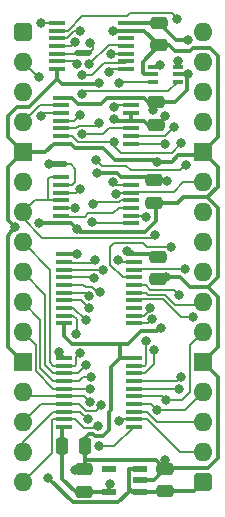
<source format=gtl>
%TF.GenerationSoftware,KiCad,Pcbnew,8.0.4*%
%TF.CreationDate,2024-08-22T15:29:03+02:00*%
%TF.ProjectId,Flags Enable Interrupt,466c6167-7320-4456-9e61-626c6520496e,V1*%
%TF.SameCoordinates,PX6d01460PY32de760*%
%TF.FileFunction,Copper,L1,Top*%
%TF.FilePolarity,Positive*%
%FSLAX46Y46*%
G04 Gerber Fmt 4.6, Leading zero omitted, Abs format (unit mm)*
G04 Created by KiCad (PCBNEW 8.0.4) date 2024-08-22 15:29:03*
%MOMM*%
%LPD*%
G01*
G04 APERTURE LIST*
G04 Aperture macros list*
%AMRoundRect*
0 Rectangle with rounded corners*
0 $1 Rounding radius*
0 $2 $3 $4 $5 $6 $7 $8 $9 X,Y pos of 4 corners*
0 Add a 4 corners polygon primitive as box body*
4,1,4,$2,$3,$4,$5,$6,$7,$8,$9,$2,$3,0*
0 Add four circle primitives for the rounded corners*
1,1,$1+$1,$2,$3*
1,1,$1+$1,$4,$5*
1,1,$1+$1,$6,$7*
1,1,$1+$1,$8,$9*
0 Add four rect primitives between the rounded corners*
20,1,$1+$1,$2,$3,$4,$5,0*
20,1,$1+$1,$4,$5,$6,$7,0*
20,1,$1+$1,$6,$7,$8,$9,0*
20,1,$1+$1,$8,$9,$2,$3,0*%
G04 Aperture macros list end*
%TA.AperFunction,EtchedComponent*%
%ADD10C,0.000000*%
%TD*%
%TA.AperFunction,SMDPad,CuDef*%
%ADD11R,0.875000X0.450000*%
%TD*%
%TA.AperFunction,SMDPad,CuDef*%
%ADD12RoundRect,0.250000X-0.475000X0.250000X-0.475000X-0.250000X0.475000X-0.250000X0.475000X0.250000X0*%
%TD*%
%TA.AperFunction,SMDPad,CuDef*%
%ADD13C,0.500000*%
%TD*%
%TA.AperFunction,SMDPad,CuDef*%
%ADD14RoundRect,0.250000X0.475000X-0.250000X0.475000X0.250000X-0.475000X0.250000X-0.475000X-0.250000X0*%
%TD*%
%TA.AperFunction,SMDPad,CuDef*%
%ADD15R,1.475000X0.450000*%
%TD*%
%TA.AperFunction,ComponentPad*%
%ADD16RoundRect,0.400000X-0.400000X-0.400000X0.400000X-0.400000X0.400000X0.400000X-0.400000X0.400000X0*%
%TD*%
%TA.AperFunction,ComponentPad*%
%ADD17O,1.600000X1.600000*%
%TD*%
%TA.AperFunction,ComponentPad*%
%ADD18R,1.600000X1.600000*%
%TD*%
%TA.AperFunction,SMDPad,CuDef*%
%ADD19RoundRect,0.250000X-0.250000X-0.475000X0.250000X-0.475000X0.250000X0.475000X-0.250000X0.475000X0*%
%TD*%
%TA.AperFunction,SMDPad,CuDef*%
%ADD20R,1.150000X0.600000*%
%TD*%
%TA.AperFunction,ViaPad*%
%ADD21C,0.800000*%
%TD*%
%TA.AperFunction,Conductor*%
%ADD22C,0.200000*%
%TD*%
%TA.AperFunction,Conductor*%
%ADD23C,0.380000*%
%TD*%
G04 APERTURE END LIST*
D10*
%TA.AperFunction,EtchedComponent*%
%TO.C,NT2*%
G36*
X5580000Y-2028000D02*
G01*
X4580000Y-2028000D01*
X4580000Y-1528000D01*
X5580000Y-1528000D01*
X5580000Y-2028000D01*
G37*
%TD.AperFunction*%
%TA.AperFunction,EtchedComponent*%
%TO.C,NT1*%
G36*
X3548000Y-11426000D02*
G01*
X2548000Y-11426000D01*
X2548000Y-10926000D01*
X3548000Y-10926000D01*
X3548000Y-11426000D01*
G37*
%TD.AperFunction*%
%TD*%
D11*
%TO.P,IC1,1,A*%
%TO.N,Enable*%
X11003000Y-2906000D03*
%TO.P,IC1,2,GND*%
%TO.N,GND*%
X11003000Y-3556000D03*
%TO.P,IC1,3,B*%
%TO.N,/Interrupt Enable*%
X11003000Y-4206000D03*
%TO.P,IC1,4,Y*%
%TO.N,/~{Clear Interrupt}*%
X13127000Y-4206000D03*
%TO.P,IC1,5,3V*%
%TO.N,/3.3V*%
X13127000Y-3556000D03*
%TO.P,IC1,6,C*%
%TO.N,/~{Write Clear Interrupt}*%
X13127000Y-2906000D03*
%TD*%
D12*
%TO.P,C8,1*%
%TO.N,/3.3V*%
X11430000Y-19005000D03*
%TO.P,C8,2*%
%TO.N,GND*%
X11430000Y-20905000D03*
%TD*%
D13*
%TO.P,NT2,1,1*%
%TO.N,D6*%
X5580000Y-1778000D03*
%TO.P,NT2,2,2*%
%TO.N,/Enable Bit_{2}*%
X4580000Y-1778000D03*
%TD*%
D14*
%TO.P,C5,1*%
%TO.N,/3.3V*%
X5207000Y-38907000D03*
%TO.P,C5,2*%
%TO.N,GND*%
X5207000Y-37007000D03*
%TD*%
D15*
%TO.P,IC3,1,1A*%
%TO.N,Write Clear Interrupt*%
X2904000Y807000D03*
%TO.P,IC3,2,1Y*%
%TO.N,/~{Write Clear Interrupt}*%
X2904000Y157000D03*
%TO.P,IC3,3,2A*%
%TO.N,Read Flags*%
X2904000Y-493000D03*
%TO.P,IC3,4,2Y*%
%TO.N,/~{Read Flags}*%
X2904000Y-1143000D03*
%TO.P,IC3,5,3A*%
%TO.N,/Enable Bit_{2}*%
X2904000Y-1793000D03*
%TO.P,IC3,6,3Y*%
%TO.N,/~{Enable Bit}*%
X2904000Y-2443000D03*
%TO.P,IC3,7,GND*%
%TO.N,GND*%
X2904000Y-3093000D03*
%TO.P,IC3,8,4Y*%
%TO.N,/~{Set Disable}*%
X8780000Y-3093000D03*
%TO.P,IC3,9,4A*%
%TO.N,/Set Disable*%
X8780000Y-2443000D03*
%TO.P,IC3,10,5Y*%
%TO.N,/Interrupt Enable*%
X8780000Y-1793000D03*
%TO.P,IC3,11,5A*%
%TO.N,/~{Interrupt Enable}*%
X8780000Y-1143000D03*
%TO.P,IC3,12,6Y*%
%TO.N,unconnected-(IC3F-6Y-Pad12)*%
X8780000Y-493000D03*
%TO.P,IC3,13,6A*%
%TO.N,GND*%
X8780000Y157000D03*
%TO.P,IC3,14,3V*%
%TO.N,/3.3V*%
X8780000Y807000D03*
%TD*%
D12*
%TO.P,C1,1*%
%TO.N,/3.3V*%
X11303000Y-5924000D03*
%TO.P,C1,2*%
%TO.N,GND*%
X11303000Y-7824000D03*
%TD*%
D14*
%TO.P,C4,1*%
%TO.N,5V*%
X12065000Y-38857000D03*
%TO.P,C4,2*%
%TO.N,GND*%
X12065000Y-36957000D03*
%TD*%
D16*
%TO.P,J1,1,Pin_1*%
%TO.N,5V*%
X0Y0D03*
D17*
%TO.P,J1,2,Pin_2*%
%TO.N,CLK*%
X0Y-2540000D03*
%TO.P,J1,3,Pin_3*%
%TO.N,Write Clear Interrupt*%
X0Y-5080000D03*
%TO.P,J1,4,Pin_4*%
%TO.N,~{Set Interrupt on CLK}*%
X0Y-7620000D03*
D18*
%TO.P,J1,5,Pin_5*%
%TO.N,GND*%
X0Y-10160000D03*
D17*
%TO.P,J1,6,Pin_6*%
%TO.N,Read Flags*%
X0Y-12700000D03*
%TO.P,J1,7,Pin_7*%
%TO.N,Write Flags*%
X0Y-15240000D03*
%TO.P,J1,8,Pin_8*%
%TO.N,D7*%
X0Y-17780000D03*
%TO.P,J1,9,Pin_9*%
%TO.N,D6*%
X0Y-20320000D03*
%TO.P,J1,10,Pin_10*%
%TO.N,D5*%
X0Y-22860000D03*
%TO.P,J1,11,Pin_11*%
%TO.N,D4*%
X0Y-25400000D03*
D18*
%TO.P,J1,12,Pin_12*%
%TO.N,GND*%
X0Y-27940000D03*
D17*
%TO.P,J1,13,Pin_13*%
%TO.N,D3*%
X0Y-30480000D03*
%TO.P,J1,14,Pin_14*%
%TO.N,D2*%
X0Y-33020000D03*
%TO.P,J1,15,Pin_15*%
%TO.N,D1*%
X0Y-35560000D03*
%TO.P,J1,16,Pin_16*%
%TO.N,D0*%
X0Y-38100000D03*
D16*
%TO.P,J1,17,Pin_17*%
%TO.N,5V*%
X15240000Y-38100000D03*
D17*
%TO.P,J1,18,Pin_18*%
%TO.N,F0*%
X15240000Y-35560000D03*
%TO.P,J1,19,Pin_19*%
%TO.N,F1*%
X15240000Y-33020000D03*
%TO.P,J1,20,Pin_20*%
%TO.N,F2*%
X15240000Y-30480000D03*
D18*
%TO.P,J1,21,Pin_21*%
%TO.N,GND*%
X15240000Y-27940000D03*
D17*
%TO.P,J1,22,Pin_22*%
%TO.N,F3*%
X15240000Y-25400000D03*
%TO.P,J1,23,Pin_23*%
%TO.N,F4*%
X15240000Y-22860000D03*
%TO.P,J1,24,Pin_24*%
%TO.N,F5*%
X15240000Y-20320000D03*
%TO.P,J1,25,Pin_25*%
%TO.N,unconnected-(J1-Pin_25-Pad25)*%
X15240000Y-17780000D03*
%TO.P,J1,26,Pin_26*%
%TO.N,~{Enable}*%
X15240000Y-15240000D03*
%TO.P,J1,27,Pin_27*%
%TO.N,Enable*%
X15240000Y-12700000D03*
D18*
%TO.P,J1,28,Pin_28*%
%TO.N,GND*%
X15240000Y-10160000D03*
D17*
%TO.P,J1,29,Pin_29*%
%TO.N,~{Interrupt}*%
X15240000Y-7620000D03*
%TO.P,J1,30,Pin_30*%
%TO.N,Interrupt*%
X15240000Y-5080000D03*
%TO.P,J1,31,Pin_31*%
%TO.N,unconnected-(J1-Pin_31-Pad31)*%
X15240000Y-2540000D03*
%TO.P,J1,32,Pin_32*%
%TO.N,~{Reset}*%
X15240000Y0D03*
%TD*%
D19*
%TO.P,C2,1*%
%TO.N,/3.3V*%
X3367000Y-35052000D03*
%TO.P,C2,2*%
%TO.N,GND*%
X5267000Y-35052000D03*
%TD*%
D15*
%TO.P,IC6,1,~{OE}*%
%TO.N,/~{Read Flags}*%
X9398000Y-33405000D03*
%TO.P,IC6,2,D0*%
%TO.N,F0*%
X9398000Y-32755000D03*
%TO.P,IC6,3,D1*%
%TO.N,F1*%
X9398000Y-32105000D03*
%TO.P,IC6,4,D2*%
%TO.N,F2*%
X9398000Y-31455000D03*
%TO.P,IC6,5,D3*%
%TO.N,F3*%
X9398000Y-30805000D03*
%TO.P,IC6,6,D4*%
%TO.N,F4*%
X9398000Y-30155000D03*
%TO.P,IC6,7,D5*%
%TO.N,F5*%
X9398000Y-29505000D03*
%TO.P,IC6,8,D6*%
%TO.N,Enable*%
X9398000Y-28855000D03*
%TO.P,IC6,9,D7*%
%TO.N,Interrupt*%
X9398000Y-28205000D03*
%TO.P,IC6,10,GND*%
%TO.N,GND*%
X9398000Y-27555000D03*
%TO.P,IC6,11,LE*%
%TO.N,Read Flags*%
X3522000Y-27555000D03*
%TO.P,IC6,12,Q7*%
%TO.N,D7*%
X3522000Y-28205000D03*
%TO.P,IC6,13,Q6*%
%TO.N,D6*%
X3522000Y-28855000D03*
%TO.P,IC6,14,Q5*%
%TO.N,D5*%
X3522000Y-29505000D03*
%TO.P,IC6,15,Q4*%
%TO.N,D4*%
X3522000Y-30155000D03*
%TO.P,IC6,16,Q3*%
%TO.N,D3*%
X3522000Y-30805000D03*
%TO.P,IC6,17,Q2*%
%TO.N,D2*%
X3522000Y-31455000D03*
%TO.P,IC6,18,Q1*%
%TO.N,D1*%
X3522000Y-32105000D03*
%TO.P,IC6,19,Q0*%
%TO.N,D0*%
X3522000Y-32755000D03*
%TO.P,IC6,20,3V*%
%TO.N,/3.3V*%
X3522000Y-33405000D03*
%TD*%
D12*
%TO.P,C7,1*%
%TO.N,/3.3V*%
X11557000Y807000D03*
%TO.P,C7,2*%
%TO.N,GND*%
X11557000Y-1093000D03*
%TD*%
%TO.P,C9,1*%
%TO.N,/3.3V*%
X11159000Y-12528000D03*
%TO.P,C9,2*%
%TO.N,GND*%
X11159000Y-14428000D03*
%TD*%
D15*
%TO.P,IC2,1,~{1RD}*%
%TO.N,/3.3V*%
X3268000Y-5528000D03*
%TO.P,IC2,2,1D*%
%TO.N,~{Set Interrupt on CLK}*%
X3268000Y-6178000D03*
%TO.P,IC2,3,1CP*%
%TO.N,CLK*%
X3268000Y-6828000D03*
%TO.P,IC2,4,~{1SD}*%
%TO.N,/~{Clear Interrupt}*%
X3268000Y-7478000D03*
%TO.P,IC2,5,1Q*%
%TO.N,~{Interrupt}*%
X3268000Y-8128000D03*
%TO.P,IC2,6,~{1Q}*%
%TO.N,Interrupt*%
X3268000Y-8778000D03*
%TO.P,IC2,7,GND*%
%TO.N,GND*%
X3268000Y-9428000D03*
%TO.P,IC2,8,~{2Q}*%
%TO.N,~{Enable}*%
X9144000Y-9428000D03*
%TO.P,IC2,9,2Q*%
%TO.N,Enable*%
X9144000Y-8778000D03*
%TO.P,IC2,10,~{2SD}*%
%TO.N,/~{Set Enable}*%
X9144000Y-8128000D03*
%TO.P,IC2,11,2CP*%
%TO.N,GND*%
X9144000Y-7478000D03*
%TO.P,IC2,12,2D*%
X9144000Y-6828000D03*
%TO.P,IC2,13,~{2RD}*%
%TO.N,/~{Set Disable}*%
X9144000Y-6178000D03*
%TO.P,IC2,14,3V*%
%TO.N,/3.3V*%
X9144000Y-5528000D03*
%TD*%
D20*
%TO.P,IC5,1,6VIn*%
%TO.N,5V*%
X9936000Y-38873000D03*
%TO.P,IC5,2,GND*%
%TO.N,GND*%
X9936000Y-37923000D03*
%TO.P,IC5,3,EN*%
%TO.N,5V*%
X9936000Y-36973000D03*
%TO.P,IC5,4,ADJ*%
%TO.N,unconnected-(IC5-ADJ-Pad4)*%
X7336000Y-36973000D03*
%TO.P,IC5,5,3.3VOut*%
%TO.N,/3.3V*%
X7336000Y-38873000D03*
%TD*%
D15*
%TO.P,IC7,1,1A*%
%TO.N,Write Flags*%
X3268000Y-12259000D03*
%TO.P,IC7,2,1B*%
%TO.N,/Enable Bit_{1}*%
X3268000Y-12909000D03*
%TO.P,IC7,3,1Y*%
%TO.N,/~{Set Enable}*%
X3268000Y-13559000D03*
%TO.P,IC7,4,2A*%
%TO.N,Write Flags*%
X3268000Y-14209000D03*
%TO.P,IC7,5,2B*%
%TO.N,/~{Enable Bit}*%
X3268000Y-14859000D03*
%TO.P,IC7,6,2Y*%
%TO.N,Net-(IC7B-2Y)*%
X3268000Y-15509000D03*
%TO.P,IC7,7,GND*%
%TO.N,GND*%
X3268000Y-16159000D03*
%TO.P,IC7,8,3Y*%
%TO.N,/Set Disable*%
X9144000Y-16159000D03*
%TO.P,IC7,9,3A*%
%TO.N,~{Reset}*%
X9144000Y-15509000D03*
%TO.P,IC7,10,3B*%
%TO.N,Net-(IC7B-2Y)*%
X9144000Y-14859000D03*
%TO.P,IC7,11,4Y*%
%TO.N,/~{Interrupt Enable}*%
X9144000Y-14209000D03*
%TO.P,IC7,12,4A*%
%TO.N,Enable*%
X9144000Y-13559000D03*
%TO.P,IC7,13,4B*%
%TO.N,/F_{Interrupt Enable}*%
X9144000Y-12909000D03*
%TO.P,IC7,14,3V*%
%TO.N,/3.3V*%
X9144000Y-12259000D03*
%TD*%
D13*
%TO.P,NT1,1,1*%
%TO.N,D6*%
X2548000Y-11176000D03*
%TO.P,NT1,2,2*%
%TO.N,/Enable Bit_{1}*%
X3548000Y-11176000D03*
%TD*%
D15*
%TO.P,IC8,1,~{OE}*%
%TO.N,GND*%
X3539000Y-18792000D03*
%TO.P,IC8,2,D0*%
%TO.N,D0*%
X3539000Y-19442000D03*
%TO.P,IC8,3,D1*%
%TO.N,D1*%
X3539000Y-20092000D03*
%TO.P,IC8,4,D2*%
%TO.N,D2*%
X3539000Y-20742000D03*
%TO.P,IC8,5,D3*%
%TO.N,D3*%
X3539000Y-21392000D03*
%TO.P,IC8,6,D4*%
%TO.N,D4*%
X3539000Y-22042000D03*
%TO.P,IC8,7,D5*%
%TO.N,D5*%
X3539000Y-22692000D03*
%TO.P,IC8,8,D6*%
%TO.N,D6*%
X3539000Y-23342000D03*
%TO.P,IC8,9,D7*%
%TO.N,D7*%
X3539000Y-23992000D03*
%TO.P,IC8,10,GND*%
%TO.N,GND*%
X3539000Y-24642000D03*
%TO.P,IC8,11,LE*%
%TO.N,Write Flags*%
X9415000Y-24642000D03*
%TO.P,IC8,12,Q7*%
%TO.N,/F_{Interrupt Enable}*%
X9415000Y-23992000D03*
%TO.P,IC8,13,Q6*%
%TO.N,unconnected-(IC8-Q6-Pad13)*%
X9415000Y-23342000D03*
%TO.P,IC8,14,Q5*%
%TO.N,F5*%
X9415000Y-22692000D03*
%TO.P,IC8,15,Q4*%
%TO.N,F4*%
X9415000Y-22042000D03*
%TO.P,IC8,16,Q3*%
%TO.N,F3*%
X9415000Y-21392000D03*
%TO.P,IC8,17,Q2*%
%TO.N,F2*%
X9415000Y-20742000D03*
%TO.P,IC8,18,Q1*%
%TO.N,F1*%
X9415000Y-20092000D03*
%TO.P,IC8,19,Q0*%
%TO.N,F0*%
X9415000Y-19442000D03*
%TO.P,IC8,20,3V*%
%TO.N,/3.3V*%
X9415000Y-18792000D03*
%TD*%
D21*
%TO.N,GND*%
X7618971Y157000D03*
X4445000Y-37084000D03*
X12130000Y-20744991D03*
X7747000Y-7366000D03*
X1383975Y-16142025D03*
X11683994Y-25009573D03*
X11346000Y-10931714D03*
X4604503Y-16649000D03*
X-635000Y-16510000D03*
X6477000Y-4302996D03*
X12065000Y-7112000D03*
X4619021Y-18724373D03*
X12064997Y-36194995D03*
%TO.N,5V*%
X2186996Y-37746996D03*
%TO.N,/3.3V*%
X13988028Y-3556001D03*
X7366000Y-38227006D03*
X6306767Y-11899538D03*
X11049000Y-6603998D03*
X12192000Y-12573000D03*
X8806000Y-18499000D03*
X13967000Y-635000D03*
%TO.N,/Interrupt Enable*%
X7476257Y-1853257D03*
X8128000Y-4302994D03*
%TO.N,Enable*%
X11135500Y-26884656D03*
X11604496Y-2753846D03*
X12816697Y-8019871D03*
X7899245Y-13660223D03*
%TO.N,~{Enable}*%
X12039988Y-9478000D03*
%TO.N,~{Interrupt}*%
X6223000Y-10795000D03*
X6439588Y-7704163D03*
X13843252Y-11186000D03*
%TO.N,Interrupt*%
X7747000Y-9303029D03*
X10414000Y-26162000D03*
X13439988Y-9360030D03*
%TO.N,CLK*%
X1521878Y-7112000D03*
X1397000Y-3810000D03*
%TO.N,Write Clear Interrupt*%
X1524000Y761994D03*
%TO.N,Read Flags*%
X4825997Y126994D03*
X3048000Y-27051000D03*
%TO.N,F5*%
X14440012Y-24130000D03*
X13440000Y-29137003D03*
%TO.N,F2*%
X11349237Y-31973054D03*
X12573000Y-18161000D03*
%TO.N,D7*%
X4538159Y-25562187D03*
X4831857Y-27142187D03*
%TO.N,D4*%
X5582282Y-22325610D03*
X5715000Y-30225988D03*
%TO.N,D1*%
X6797035Y-20145789D03*
X5524343Y-32773822D03*
%TO.N,F1*%
X13743335Y-20070928D03*
%TO.N,D2*%
X6003902Y-20833863D03*
X6671166Y-31540463D03*
%TO.N,D3*%
X6558413Y-21938733D03*
X5678141Y-31275360D03*
%TO.N,F4*%
X13261564Y-30179567D03*
%TO.N,F3*%
X12145299Y-31115000D03*
X13207977Y-22225004D03*
%TO.N,F0*%
X8128000Y-32893000D03*
X8118000Y-19287780D03*
%TO.N,/~{Read Flags}*%
X6454062Y-35030350D03*
X4446734Y-798298D03*
%TO.N,/~{Set Enable}*%
X4824500Y-13271500D03*
X5026033Y-8603029D03*
%TO.N,D5*%
X5623831Y-23374790D03*
X5791519Y-29159519D03*
%TO.N,D6*%
X5334000Y-28194000D03*
X5334000Y-24384000D03*
X5687000Y-923184D03*
X2200000Y-11128271D03*
%TO.N,D0*%
X6389031Y-33306789D03*
X6096000Y-19304000D03*
%TO.N,/~{Set Disable}*%
X7747000Y-6318006D03*
X7351312Y-3363541D03*
%TO.N,/~{Enable Bit}*%
X4468710Y-14895611D03*
X4572000Y-2667000D03*
%TO.N,/~{Write Clear Interrupt}*%
X13081006Y1143000D03*
X13127000Y-2413000D03*
%TO.N,Write Flags*%
X10952266Y-24281572D03*
X11238850Y-17183379D03*
%TO.N,/~{Clear Interrupt}*%
X5033790Y-5188621D03*
X4825992Y-7030781D03*
%TO.N,/Set Disable*%
X5033790Y-3608621D03*
X5842000Y-16069000D03*
%TO.N,/~{Interrupt Enable}*%
X5657543Y-2682020D03*
X5951537Y-14512659D03*
%TO.N,/F_{Interrupt Enable}*%
X10752377Y-23301751D03*
X7620000Y-12700000D03*
%TO.N,~{Reset}*%
X10413994Y-15621000D03*
%TD*%
D22*
%TO.N,/Enable Bit_{1}*%
X4064000Y-11176000D02*
X3548000Y-11176000D01*
X4445000Y-11557000D02*
X4064000Y-11176000D01*
X4445000Y-12661050D02*
X4445000Y-11557000D01*
X4197050Y-12909000D02*
X4445000Y-12661050D01*
X3268000Y-12909000D02*
X4197050Y-12909000D01*
%TO.N,Write Flags*%
X11023229Y-17399000D02*
X11238850Y-17183379D01*
X1651000Y-17399000D02*
X11023229Y-17399000D01*
X0Y-15748000D02*
X1651000Y-17399000D01*
D23*
%TO.N,GND*%
X4864503Y-16909000D02*
X4604503Y-16649000D01*
X10396000Y-16909000D02*
X4864503Y-16909000D01*
X11331000Y-15974000D02*
X10396000Y-16909000D01*
X3268000Y-16159000D02*
X4114503Y-16159000D01*
X4114503Y-16159000D02*
X4604503Y-16649000D01*
X11331000Y-14600000D02*
X11331000Y-15974000D01*
X4551394Y-18792000D02*
X3539000Y-18792000D01*
X4619021Y-18724373D02*
X4551394Y-18792000D01*
X13131000Y-14428000D02*
X13589000Y-13970000D01*
X11159000Y-14428000D02*
X13131000Y-14428000D01*
X13589000Y-13970000D02*
X15652915Y-13970000D01*
X-1270000Y-26670000D02*
X0Y-27940000D01*
X-1270000Y-17225000D02*
X-1270000Y-26670000D01*
X-1190000Y-17145000D02*
X-1270000Y-17225000D01*
X-1190000Y-17065000D02*
X-1190000Y-17145000D01*
X-635000Y-16510000D02*
X-1190000Y-17065000D01*
%TO.N,5V*%
X14478000Y-38862000D02*
X12070000Y-38862000D01*
X15240000Y-38100000D02*
X14478000Y-38862000D01*
%TO.N,GND*%
X12065000Y-36194998D02*
X12064997Y-36194995D01*
X12065000Y-36957000D02*
X12065000Y-36194998D01*
X11303000Y-36195000D02*
X5267000Y-36195000D01*
X12065000Y-36957000D02*
X11303000Y-36195000D01*
X15668000Y-36910000D02*
X12112000Y-36910000D01*
X16510000Y-36068000D02*
X15668000Y-36910000D01*
X16510000Y-29210000D02*
X16510000Y-36068000D01*
X15240000Y-27940000D02*
X16510000Y-29210000D01*
X16510000Y-26670000D02*
X15240000Y-27940000D01*
X16510000Y-22432000D02*
X16510000Y-26670000D01*
X15668000Y-21590000D02*
X16510000Y-22432000D01*
X16510000Y-20748000D02*
X15668000Y-21590000D01*
X15652915Y-13970000D02*
X16510000Y-14827085D01*
X16510000Y-14827085D02*
X16510000Y-20748000D01*
X16510000Y-13112915D02*
X15652915Y-13970000D01*
X16510000Y-11430000D02*
X16510000Y-13112915D01*
X15240000Y-10160000D02*
X16510000Y-11430000D01*
X-508000Y-6350000D02*
X508000Y-6350000D01*
X508000Y-6350000D02*
X2904000Y-3954000D01*
X-1270000Y-7112000D02*
X-508000Y-6350000D01*
X-1270000Y-8890000D02*
X-1270000Y-7112000D01*
X0Y-10160000D02*
X-1270000Y-8890000D01*
D22*
%TO.N,CLK*%
X1805878Y-6828000D02*
X3268000Y-6828000D01*
X1521878Y-7112000D02*
X1805878Y-6828000D01*
%TO.N,~{Set Interrupt on CLK}*%
X1462001Y-6157999D02*
X0Y-7620000D01*
X3247999Y-6157999D02*
X1462001Y-6157999D01*
D23*
%TO.N,GND*%
X8255000Y-27529500D02*
X8280500Y-27555000D01*
X8255000Y-26352187D02*
X8255000Y-27529500D01*
X3539000Y-25680257D02*
X4210930Y-26352187D01*
X8953813Y-26352187D02*
X9988018Y-25317982D01*
X3539000Y-24642000D02*
X3539000Y-25680257D01*
X4210930Y-26352187D02*
X8953813Y-26352187D01*
X11375585Y-25317982D02*
X11683994Y-25009573D01*
X9988018Y-25317982D02*
X11375585Y-25317982D01*
%TO.N,5V*%
X4237000Y-39797000D02*
X2186996Y-37746996D01*
X8971000Y-38893000D02*
X8067000Y-39797000D01*
X8971000Y-38613000D02*
X8971000Y-38893000D01*
X8067000Y-39797000D02*
X4237000Y-39797000D01*
%TO.N,/3.3V*%
X3367000Y-37792000D02*
X3367000Y-35052000D01*
X4482000Y-38907000D02*
X3367000Y-37792000D01*
X5207000Y-38907000D02*
X4482000Y-38907000D01*
%TO.N,GND*%
X4522000Y-37007000D02*
X4445000Y-37084000D01*
X5130000Y-37007000D02*
X4522000Y-37007000D01*
X5267000Y-35052000D02*
X5267000Y-36195000D01*
X5267000Y-36195000D02*
X5267000Y-36947000D01*
X8780000Y157000D02*
X7618971Y157000D01*
X10307000Y157000D02*
X11557000Y-1093000D01*
X8780000Y157000D02*
X10307000Y157000D01*
D22*
%TO.N,/~{Write Clear Interrupt}*%
X9100000Y1607000D02*
X12617006Y1607000D01*
X12617006Y1607000D02*
X13081006Y1143000D01*
X8860796Y1367796D02*
X9100000Y1607000D01*
X3816500Y157000D02*
X5027296Y1367796D01*
X2904000Y157000D02*
X3816500Y157000D01*
X5027296Y1367796D02*
X8860796Y1367796D01*
%TO.N,Enable*%
X11604496Y-2753846D02*
X11452342Y-2906000D01*
X11452342Y-2906000D02*
X11003000Y-2906000D01*
D23*
%TO.N,GND*%
X16510000Y-2032000D02*
X16510000Y-8890000D01*
X15828000Y-1350000D02*
X16510000Y-2032000D01*
X14197002Y-1592938D02*
X14439940Y-1350000D01*
X16510000Y-8890000D02*
X15240000Y-10160000D01*
X12895938Y-1592938D02*
X14197002Y-1592938D01*
X12396000Y-1093000D02*
X12895938Y-1592938D01*
X11557000Y-1093000D02*
X12396000Y-1093000D01*
X14439940Y-1350000D02*
X15828000Y-1350000D01*
%TO.N,/3.3V*%
X12999000Y-635000D02*
X13967000Y-635000D01*
X11557000Y807000D02*
X12999000Y-635000D01*
X13988028Y-3633972D02*
X13954500Y-3667500D01*
X13988028Y-3556001D02*
X13988028Y-3633972D01*
D22*
%TO.N,/~{Write Clear Interrupt}*%
X13127000Y-2906000D02*
X13127000Y-2413000D01*
D23*
%TO.N,GND*%
X10287000Y-3556000D02*
X11003000Y-3556000D01*
X10160000Y-2490000D02*
X10160000Y-3429000D01*
X11557000Y-1093000D02*
X10160000Y-2490000D01*
X10160000Y-3429000D02*
X10287000Y-3556000D01*
X-1270000Y-15875000D02*
X-635000Y-16510000D01*
X-1270000Y-11430000D02*
X-1270000Y-15875000D01*
X0Y-10160000D02*
X-1270000Y-11430000D01*
X9144000Y-7478000D02*
X10261500Y-7478000D01*
X4094000Y-9428000D02*
X4459033Y-9793033D01*
X3348621Y-4398621D02*
X2904000Y-3954000D01*
X14176348Y-21590000D02*
X15668000Y-21590000D01*
X6381375Y-4398621D02*
X3348621Y-4398621D01*
X15004000Y-10396000D02*
X13159966Y-10396000D01*
X7294580Y-33698290D02*
X6802520Y-34190350D01*
X6106640Y-34190350D02*
X5930112Y-34013822D01*
X12065000Y-36957000D02*
X11099000Y-37923000D01*
X2637000Y-9428000D02*
X1905000Y-10160000D01*
X3268000Y-16159000D02*
X1400950Y-16159000D01*
X11766000Y-7411000D02*
X12065000Y-7112000D01*
X7511166Y-28324334D02*
X7511166Y-31961424D01*
X2904000Y-3954000D02*
X2904000Y-3093000D01*
X11766000Y-7809000D02*
X11766000Y-7411000D01*
X6804229Y-9793033D02*
X7806196Y-10795000D01*
X5267000Y-34327000D02*
X5267000Y-35052000D01*
X8280500Y-27555000D02*
X7511166Y-28324334D01*
X7511166Y-31961424D02*
X7294580Y-32178010D01*
X5930112Y-34013822D02*
X5580178Y-34013822D01*
X7859000Y-7478000D02*
X7747000Y-7366000D01*
X0Y-10160000D02*
X1905000Y-10160000D01*
X11099000Y-37923000D02*
X9936000Y-37923000D01*
X12130000Y-20744991D02*
X13331339Y-20744991D01*
X11590009Y-20744991D02*
X12130000Y-20744991D01*
X5580178Y-34013822D02*
X5267000Y-34327000D01*
X9144000Y-7478000D02*
X7859000Y-7478000D01*
X6802520Y-34190350D02*
X6106640Y-34190350D01*
X13159966Y-10396000D02*
X12624252Y-10931714D01*
X3268000Y-9428000D02*
X4094000Y-9428000D01*
X1400950Y-16159000D02*
X1383975Y-16142025D01*
X6477000Y-4302996D02*
X6381375Y-4398621D01*
X9398000Y-27555000D02*
X8280500Y-27555000D01*
X7806196Y-10795000D02*
X11209286Y-10795000D01*
X9144000Y-6828000D02*
X9144000Y-7478000D01*
X7294580Y-32178010D02*
X7294580Y-33698290D01*
X10515500Y-7732000D02*
X11211000Y-7732000D01*
X3268000Y-9428000D02*
X2637000Y-9428000D01*
X4459033Y-9793033D02*
X6804229Y-9793033D01*
X11209286Y-10795000D02*
X11346000Y-10931714D01*
X10261500Y-7478000D02*
X10515500Y-7732000D01*
X12624252Y-10931714D02*
X11346000Y-10931714D01*
X13331339Y-20744991D02*
X14176348Y-21590000D01*
%TO.N,5V*%
X8971000Y-37003000D02*
X9001000Y-36973000D01*
X9231000Y-38873000D02*
X8971000Y-38613000D01*
X9936000Y-38873000D02*
X9231000Y-38873000D01*
X9936000Y-38873000D02*
X12049000Y-38873000D01*
X8971000Y-38613000D02*
X8971000Y-37003000D01*
X9001000Y-36973000D02*
X9936000Y-36973000D01*
%TO.N,/3.3V*%
X10890000Y-12259000D02*
X9144000Y-12259000D01*
X10657500Y-5924000D02*
X10261500Y-5528000D01*
X11217000Y-18792000D02*
X9415000Y-18792000D01*
X3367000Y-35052000D02*
X3367000Y-33560000D01*
X11303000Y-5924000D02*
X10657500Y-5924000D01*
X7336000Y-38257006D02*
X7366000Y-38227006D01*
X13843000Y-3556000D02*
X13127000Y-3556000D01*
X12872000Y-5924000D02*
X13954500Y-4841500D01*
X3367000Y-33560000D02*
X3522000Y-33405000D01*
X7336000Y-38873000D02*
X7336000Y-38257006D01*
X9144000Y-12259000D02*
X8322000Y-12259000D01*
X11303000Y-5924000D02*
X12872000Y-5924000D01*
X10261500Y-5528000D02*
X9144000Y-5528000D01*
X12147000Y-12528000D02*
X12192000Y-12573000D01*
X4183555Y-5528000D02*
X4706561Y-6051006D01*
X13954500Y-4841500D02*
X13954500Y-3667500D01*
X11159000Y-12528000D02*
X12147000Y-12528000D01*
X7962538Y-11899538D02*
X6306767Y-11899538D01*
X11049000Y-6239992D02*
X11049000Y-6603998D01*
X6648994Y-6051006D02*
X7172000Y-5528000D01*
X13954500Y-3667500D02*
X13843000Y-3556000D01*
X8322000Y-12259000D02*
X7962538Y-11899538D01*
X9415000Y-18792000D02*
X9122000Y-18499000D01*
X3268000Y-5528000D02*
X4183555Y-5528000D01*
X9122000Y-18499000D02*
X8806000Y-18499000D01*
X7336000Y-38873000D02*
X5241000Y-38873000D01*
X11557000Y807000D02*
X8780000Y807000D01*
X11288000Y-6000992D02*
X11049000Y-6239992D01*
X4706561Y-6051006D02*
X6648994Y-6051006D01*
X7172000Y-5528000D02*
X9144000Y-5528000D01*
D22*
%TO.N,/Interrupt Enable*%
X7536514Y-1793000D02*
X7476257Y-1853257D01*
X11003000Y-4206000D02*
X8224994Y-4206000D01*
X8780000Y-1793000D02*
X7536514Y-1793000D01*
X8224994Y-4206000D02*
X8128000Y-4302994D01*
%TO.N,Enable*%
X10335500Y-28855000D02*
X11135500Y-28055000D01*
X9144000Y-13559000D02*
X8000468Y-13559000D01*
X13589000Y-12700000D02*
X15240000Y-12700000D01*
X12809000Y-13480000D02*
X13589000Y-12700000D01*
X8000468Y-13559000D02*
X7899245Y-13660223D01*
X12058568Y-8778000D02*
X12816697Y-8019871D01*
X11135500Y-28055000D02*
X11135500Y-26884656D01*
X9223000Y-13480000D02*
X12809000Y-13480000D01*
X9144000Y-8778000D02*
X12058568Y-8778000D01*
X9398000Y-28855000D02*
X10335500Y-28855000D01*
%TO.N,~{Enable}*%
X11989988Y-9428000D02*
X12039988Y-9478000D01*
X9144000Y-9428000D02*
X11989988Y-9428000D01*
%TO.N,~{Interrupt}*%
X6713000Y-11285000D02*
X8745000Y-11285000D01*
X4736083Y-7903029D02*
X6240722Y-7903029D01*
X6223000Y-10795000D02*
X6713000Y-11285000D01*
X3268000Y-8128000D02*
X4511112Y-8128000D01*
X8745000Y-11285000D02*
X9136000Y-11676000D01*
X13353252Y-11676000D02*
X13843252Y-11186000D01*
X6240722Y-7903029D02*
X6439588Y-7704163D01*
X9136000Y-11676000D02*
X13353252Y-11676000D01*
X4511112Y-8128000D02*
X4736083Y-7903029D01*
%TO.N,Interrupt*%
X9398000Y-28205000D02*
X10335500Y-28205000D01*
X10435500Y-28105000D02*
X10435500Y-26183500D01*
X7747000Y-9593500D02*
X8331500Y-10178000D01*
X8331500Y-10178000D02*
X12622018Y-10178000D01*
X3268000Y-8778000D02*
X4205500Y-8778000D01*
X4730529Y-9303029D02*
X7747000Y-9303029D01*
X7747000Y-9303029D02*
X7747000Y-9593500D01*
X10435500Y-26183500D02*
X10414000Y-26162000D01*
X10335500Y-28205000D02*
X10435500Y-28105000D01*
X4205500Y-8778000D02*
X4730529Y-9303029D01*
X12622018Y-10178000D02*
X13439988Y-9360030D01*
%TO.N,CLK*%
X1270000Y-3810000D02*
X1397000Y-3810000D01*
X0Y-2540000D02*
X1270000Y-3810000D01*
%TO.N,Write Clear Interrupt*%
X2904000Y807000D02*
X1569006Y807000D01*
X1569006Y807000D02*
X1524000Y761994D01*
%TO.N,Read Flags*%
X2904000Y-493000D02*
X3732186Y-493000D01*
X3522000Y-27525000D02*
X3048000Y-27051000D01*
X4352180Y126994D02*
X4825997Y126994D01*
X3732186Y-493000D02*
X4352180Y126994D01*
%TO.N,F5*%
X9398000Y-29505000D02*
X13072003Y-29505000D01*
X9505249Y-22601751D02*
X11902116Y-22601751D01*
X13072003Y-29505000D02*
X13440000Y-29137003D01*
X11902116Y-22601751D02*
X13430365Y-24130000D01*
X13430365Y-24130000D02*
X14440012Y-24130000D01*
%TO.N,F2*%
X10174986Y-17799000D02*
X10536986Y-18161000D01*
X8477500Y-20742000D02*
X7418000Y-19682500D01*
X7418000Y-19682500D02*
X7418000Y-18135050D01*
X10536986Y-18161000D02*
X12573000Y-18161000D01*
X7754050Y-17799000D02*
X10174986Y-17799000D01*
X15240000Y-30480000D02*
X13746946Y-31973054D01*
X9415000Y-20742000D02*
X8477500Y-20742000D01*
X7418000Y-18135050D02*
X7754050Y-17799000D01*
X13746946Y-31973054D02*
X11349237Y-31973054D01*
X9398000Y-31455000D02*
X10831183Y-31455000D01*
X10831183Y-31455000D02*
X11349237Y-31973054D01*
%TO.N,D7*%
X4576500Y-25523846D02*
X4538159Y-25562187D01*
X3522000Y-28205000D02*
X2609500Y-28205000D01*
X4459500Y-28205000D02*
X4559500Y-28105000D01*
X2300000Y-27895500D02*
X2300000Y-20080000D01*
X2300000Y-20080000D02*
X0Y-17780000D01*
X2609500Y-28205000D02*
X2300000Y-27895500D01*
X3522000Y-28205000D02*
X4459500Y-28205000D01*
X4559500Y-27414544D02*
X4831857Y-27142187D01*
X4559500Y-28105000D02*
X4559500Y-27414544D01*
X4291069Y-23992000D02*
X4576500Y-24277431D01*
X4576500Y-24277431D02*
X4576500Y-25523846D01*
X3539000Y-23992000D02*
X4291069Y-23992000D01*
%TO.N,D4*%
X5298672Y-22042000D02*
X5582282Y-22325610D01*
X1100000Y-28645500D02*
X1100000Y-26500000D01*
X2609500Y-30155000D02*
X1100000Y-28645500D01*
X5644012Y-30155000D02*
X5715000Y-30225988D01*
X3539000Y-22042000D02*
X5298672Y-22042000D01*
X1100000Y-26500000D02*
X0Y-25400000D01*
X3522000Y-30155000D02*
X5644012Y-30155000D01*
X3522000Y-30155000D02*
X2609500Y-30155000D01*
%TO.N,D1*%
X2609500Y-32105000D02*
X3522000Y-32105000D01*
X4855521Y-32105000D02*
X5524343Y-32773822D01*
X0Y-34714500D02*
X2609500Y-32105000D01*
X3539000Y-20092000D02*
X6743246Y-20092000D01*
X3522000Y-32105000D02*
X4855521Y-32105000D01*
X6743246Y-20092000D02*
X6797035Y-20145789D01*
X0Y-35560000D02*
X0Y-34714500D01*
%TO.N,F1*%
X10491233Y-32105000D02*
X11406233Y-33020000D01*
X13717398Y-20044991D02*
X13743335Y-20070928D01*
X9398000Y-32105000D02*
X10491233Y-32105000D01*
X11406233Y-33020000D02*
X15240000Y-33020000D01*
X9462009Y-20044991D02*
X13717398Y-20044991D01*
%TO.N,D2*%
X1565000Y-31455000D02*
X3522000Y-31455000D01*
X5365942Y-32023822D02*
X6187807Y-32023822D01*
X0Y-33020000D02*
X1565000Y-31455000D01*
X6187807Y-32023822D02*
X6671166Y-31540463D01*
X3522000Y-31455000D02*
X4797120Y-31455000D01*
X5912039Y-20742000D02*
X6003902Y-20833863D01*
X4797120Y-31455000D02*
X5365942Y-32023822D01*
X3539000Y-20742000D02*
X5912039Y-20742000D01*
%TO.N,D3*%
X5892943Y-21575610D02*
X6256066Y-21938733D01*
X3522000Y-30805000D02*
X325000Y-30805000D01*
X3522000Y-30805000D02*
X5207781Y-30805000D01*
X6256066Y-21938733D02*
X6558413Y-21938733D01*
X3539000Y-21392000D02*
X5154518Y-21392000D01*
X5154518Y-21392000D02*
X5338128Y-21575610D01*
X5338128Y-21575610D02*
X5892943Y-21575610D01*
X5207781Y-30805000D02*
X5678141Y-31275360D01*
%TO.N,F4*%
X10416174Y-22042000D02*
X10575925Y-22201751D01*
X12067801Y-22201751D02*
X12918050Y-23052000D01*
X10575925Y-22201751D02*
X12067801Y-22201751D01*
X9415000Y-22042000D02*
X10416174Y-22042000D01*
X13236997Y-30155000D02*
X13261564Y-30179567D01*
X9398000Y-30155000D02*
X13236997Y-30155000D01*
X12918050Y-23052000D02*
X15048000Y-23052000D01*
%TO.N,F3*%
X9398000Y-30805000D02*
X11835299Y-30805000D01*
X9415000Y-21392000D02*
X10414183Y-21392000D01*
X14140000Y-26500000D02*
X14140000Y-30461470D01*
X11835299Y-30805000D02*
X12145299Y-31115000D01*
X15240000Y-25400000D02*
X14140000Y-26500000D01*
X10414183Y-21392000D02*
X10823934Y-21801751D01*
X14140000Y-30461470D02*
X13486470Y-31115000D01*
X12784724Y-21801751D02*
X13207977Y-22225004D01*
X10823934Y-21801751D02*
X12784724Y-21801751D01*
X13486470Y-31115000D02*
X12145299Y-31115000D01*
%TO.N,F0*%
X8272220Y-19442000D02*
X8118000Y-19287780D01*
X13335000Y-35560000D02*
X15240000Y-35560000D01*
X9398000Y-32755000D02*
X10530000Y-32755000D01*
X10530000Y-32755000D02*
X13335000Y-35560000D01*
X9415000Y-19442000D02*
X8272220Y-19442000D01*
X8266000Y-32755000D02*
X8128000Y-32893000D01*
X9398000Y-32755000D02*
X8266000Y-32755000D01*
%TO.N,/~{Read Flags}*%
X9398000Y-33405000D02*
X7772650Y-35030350D01*
X7772650Y-35030350D02*
X6454062Y-35030350D01*
X4102032Y-1143000D02*
X4446734Y-798298D01*
X2904000Y-1143000D02*
X4102032Y-1143000D01*
%TO.N,/~{Set Enable}*%
X4537000Y-13559000D02*
X4824500Y-13271500D01*
X9144000Y-8128000D02*
X7286186Y-8128000D01*
X7286186Y-8128000D02*
X6811157Y-8603029D01*
X6811157Y-8603029D02*
X5026033Y-8603029D01*
X3268000Y-13559000D02*
X4537000Y-13559000D01*
%TO.N,D5*%
X1500000Y-28395500D02*
X1500000Y-24360000D01*
X5791519Y-29159519D02*
X5130481Y-29159519D01*
X5130481Y-29159519D02*
X4785000Y-29505000D01*
X2609500Y-29505000D02*
X1500000Y-28395500D01*
X1500000Y-24360000D02*
X0Y-22860000D01*
X4785000Y-29505000D02*
X3522000Y-29505000D01*
X4941041Y-22692000D02*
X5623831Y-23374790D01*
X3522000Y-29505000D02*
X2609500Y-29505000D01*
X3539000Y-22692000D02*
X4941041Y-22692000D01*
%TO.N,D6*%
X2584500Y-28855000D02*
X1900000Y-28170500D01*
X3522000Y-28855000D02*
X4673000Y-28855000D01*
X1900000Y-28170500D02*
X1900000Y-22220000D01*
X1900000Y-22220000D02*
X0Y-20320000D01*
X5580000Y-1778000D02*
X5969000Y-1389000D01*
X2584500Y-28855000D02*
X3522000Y-28855000D01*
X5969000Y-1389000D02*
X5969000Y-1205184D01*
X4673000Y-28855000D02*
X5334000Y-28194000D01*
X5969000Y-1205184D02*
X5687000Y-923184D01*
X4292000Y-23342000D02*
X3539000Y-23342000D01*
X5334000Y-24384000D02*
X4292000Y-23342000D01*
%TO.N,D0*%
X2584500Y-32755000D02*
X3522000Y-32755000D01*
X2484500Y-32855000D02*
X2584500Y-32755000D01*
X6182305Y-33513515D02*
X6389031Y-33306789D01*
X5218015Y-33513515D02*
X6182305Y-33513515D01*
X3655003Y-19558003D02*
X5841997Y-19558003D01*
X0Y-38100000D02*
X2484500Y-35615500D01*
X4459500Y-32755000D02*
X5218015Y-33513515D01*
X5841997Y-19558003D02*
X6096000Y-19304000D01*
X3522000Y-32755000D02*
X4459500Y-32755000D01*
X2484500Y-35615500D02*
X2484500Y-32855000D01*
%TO.N,/~{Set Disable}*%
X8780000Y-3093000D02*
X7621853Y-3093000D01*
X9144000Y-6178000D02*
X7887006Y-6178000D01*
X7621853Y-3093000D02*
X7351312Y-3363541D01*
X7887006Y-6178000D02*
X7747000Y-6318006D01*
%TO.N,/~{Enable Bit}*%
X4432099Y-14859000D02*
X4468710Y-14895611D01*
X2904000Y-2443000D02*
X4348000Y-2443000D01*
X3268000Y-14859000D02*
X4432099Y-14859000D01*
X4348000Y-2443000D02*
X4572000Y-2667000D01*
%TO.N,Net-(IC7B-2Y)*%
X3354611Y-15595611D02*
X5254728Y-15595611D01*
X5254728Y-15595611D02*
X5531339Y-15319000D01*
X5531339Y-15319000D02*
X7668000Y-15319000D01*
X7668000Y-15319000D02*
X8128000Y-14859000D01*
X8128000Y-14859000D02*
X9144000Y-14859000D01*
%TO.N,Write Flags*%
X0Y-15240000D02*
X1031000Y-14209000D01*
X2159000Y-12430500D02*
X2159000Y-14209000D01*
X9415000Y-24642000D02*
X10591838Y-24642000D01*
X2159000Y-14209000D02*
X3268000Y-14209000D01*
X1031000Y-14209000D02*
X2159000Y-14209000D01*
X10591838Y-24642000D02*
X10952266Y-24281572D01*
X3268000Y-12259000D02*
X2330500Y-12259000D01*
X2330500Y-12259000D02*
X2159000Y-12430500D01*
%TO.N,/~{Clear Interrupt}*%
X4378773Y-7478000D02*
X4825992Y-7030781D01*
X12330000Y-5003000D02*
X5219411Y-5003000D01*
X13127000Y-4206000D02*
X12330000Y-5003000D01*
X3268000Y-7478000D02*
X4378773Y-7478000D01*
X5219411Y-5003000D02*
X5033790Y-5188621D01*
%TO.N,/Set Disable*%
X6909743Y-2553257D02*
X5854379Y-3608621D01*
X9144000Y-16159000D02*
X5932000Y-16159000D01*
X5854379Y-3608621D02*
X5033790Y-3608621D01*
X5932000Y-16159000D02*
X5842000Y-16069000D01*
X8669743Y-2553257D02*
X6909743Y-2553257D01*
%TO.N,/~{Interrupt Enable}*%
X7296563Y-1043000D02*
X5657543Y-2682020D01*
X8340418Y-14209000D02*
X8189195Y-14360223D01*
X6103973Y-14360223D02*
X5951537Y-14512659D01*
X8680000Y-1043000D02*
X7296563Y-1043000D01*
X9144000Y-14209000D02*
X8340418Y-14209000D01*
X8189195Y-14360223D02*
X6103973Y-14360223D01*
%TO.N,/F_{Interrupt Enable}*%
X9415000Y-23992000D02*
X10250546Y-23992000D01*
X10250546Y-23992000D02*
X10752377Y-23490169D01*
X7829000Y-12909000D02*
X7620000Y-12700000D01*
X10752377Y-23490169D02*
X10752377Y-23301751D01*
X9144000Y-12909000D02*
X7829000Y-12909000D01*
%TO.N,/Enable Bit_{2}*%
X4565000Y-1793000D02*
X2904000Y-1793000D01*
%TO.N,~{Reset}*%
X10301994Y-15509000D02*
X10413994Y-15621000D01*
X9144000Y-15509000D02*
X10301994Y-15509000D01*
%TD*%
M02*

</source>
